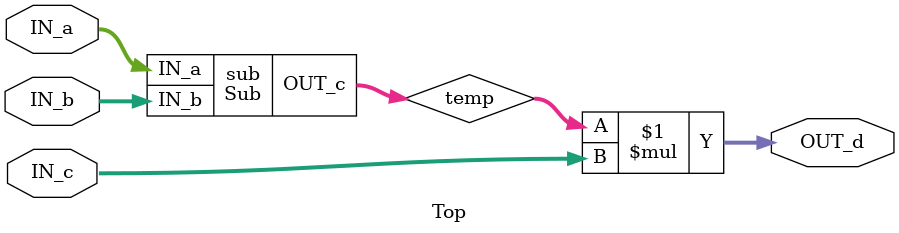
<source format=sv>
module Sub (
  input wire[31:0] IN_a,
  input wire[31:0] IN_b,
  output wire[31:0] OUT_c
);

assign OUT_c = IN_a + IN_b;

endmodule


module Top (
  input logic[31:0] IN_a,
  input logic[31:0] IN_b,
  input logic[31:0] IN_c,
  output logic[31:0] OUT_d
);

logic[31:0] temp;
Sub sub(IN_a, IN_b, temp);

assign OUT_d = temp * IN_c;

endmodule

</source>
